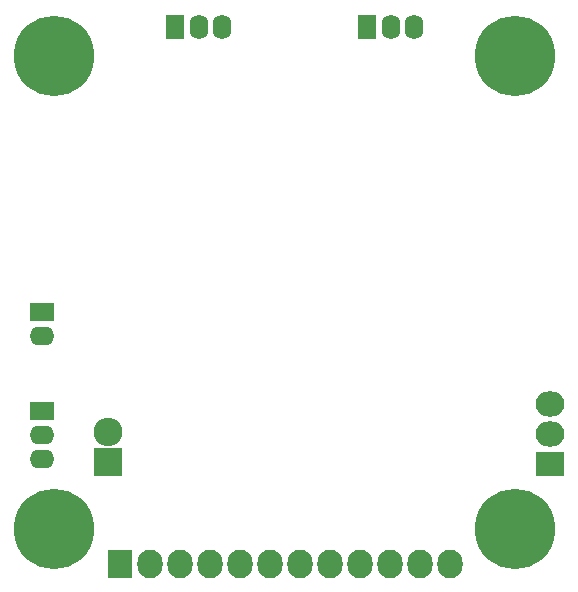
<source format=gbs>
G04 #@! TF.FileFunction,Soldermask,Bot*
%FSLAX46Y46*%
G04 Gerber Fmt 4.6, Leading zero omitted, Abs format (unit mm)*
G04 Created by KiCad (PCBNEW 4.0.4-stable) date 11/14/16 21:20:41*
%MOMM*%
%LPD*%
G01*
G04 APERTURE LIST*
%ADD10C,0.100000*%
%ADD11R,2.100000X1.600000*%
%ADD12O,2.100000X1.600000*%
%ADD13R,2.432000X2.127200*%
%ADD14O,2.432000X2.127200*%
%ADD15R,2.432000X2.432000*%
%ADD16O,2.432000X2.432000*%
%ADD17R,1.600000X2.100000*%
%ADD18O,1.600000X2.100000*%
%ADD19C,6.800000*%
%ADD20C,1.000000*%
%ADD21R,2.127200X2.432000*%
%ADD22O,2.127200X2.432000*%
G04 APERTURE END LIST*
D10*
D11*
X48006000Y-39656000D03*
D12*
X48006000Y-41656000D03*
D11*
X48006000Y-48070000D03*
D12*
X48006000Y-50070000D03*
X48006000Y-52070000D03*
D13*
X91000000Y-52500000D03*
D14*
X91000000Y-49960000D03*
X91000000Y-47420000D03*
D15*
X53594000Y-52324000D03*
D16*
X53594000Y-49784000D03*
D17*
X59250000Y-15500000D03*
D18*
X61250000Y-15500000D03*
X63250000Y-15500000D03*
D17*
X75500000Y-15500000D03*
D18*
X77500000Y-15500000D03*
X79500000Y-15500000D03*
D19*
X88000000Y-58000000D03*
D20*
X90400000Y-58000000D03*
X89697056Y-59697056D03*
X88000000Y-60400000D03*
X86302944Y-59697056D03*
X85600000Y-58000000D03*
X86302944Y-56302944D03*
X88000000Y-55600000D03*
X89697056Y-56302944D03*
D19*
X49000000Y-58000000D03*
D20*
X51400000Y-58000000D03*
X50697056Y-59697056D03*
X49000000Y-60400000D03*
X47302944Y-59697056D03*
X46600000Y-58000000D03*
X47302944Y-56302944D03*
X49000000Y-55600000D03*
X50697056Y-56302944D03*
D19*
X88000000Y-18000000D03*
D20*
X90400000Y-18000000D03*
X89697056Y-19697056D03*
X88000000Y-20400000D03*
X86302944Y-19697056D03*
X85600000Y-18000000D03*
X86302944Y-16302944D03*
X88000000Y-15600000D03*
X89697056Y-16302944D03*
D19*
X49000000Y-18000000D03*
D20*
X51400000Y-18000000D03*
X50697056Y-19697056D03*
X49000000Y-20400000D03*
X47302944Y-19697056D03*
X46600000Y-18000000D03*
X47302944Y-16302944D03*
X49000000Y-15600000D03*
X50697056Y-16302944D03*
D21*
X54610000Y-60960000D03*
D22*
X57150000Y-60960000D03*
X59690000Y-60960000D03*
X62230000Y-60960000D03*
X64770000Y-60960000D03*
X67310000Y-60960000D03*
X69850000Y-60960000D03*
X72390000Y-60960000D03*
X74930000Y-60960000D03*
X77470000Y-60960000D03*
X80010000Y-60960000D03*
X82550000Y-60960000D03*
M02*

</source>
